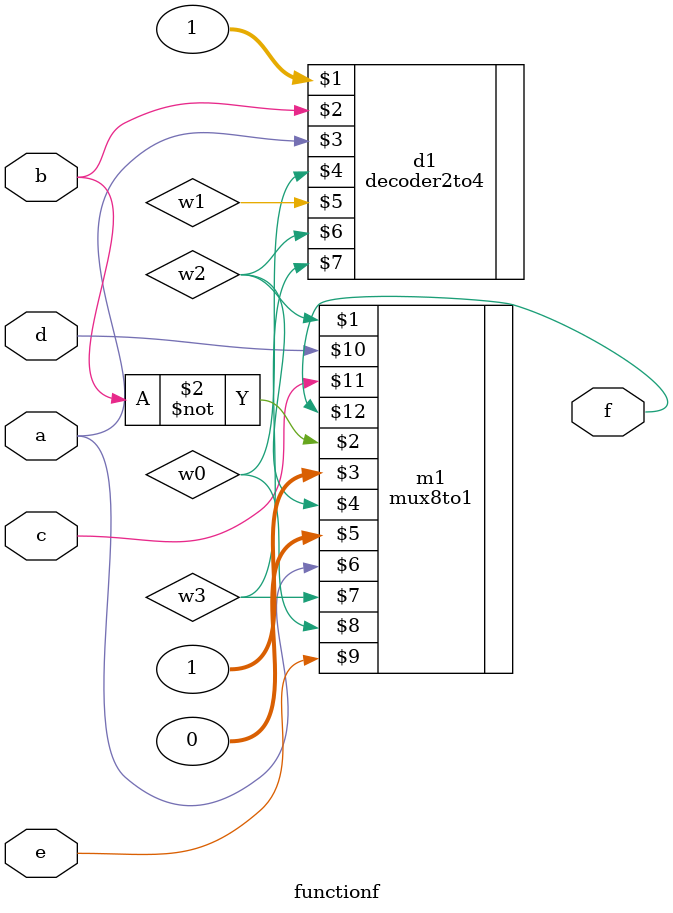
<source format=sv>
`timescale 1ns / 1ps


module functionf(input logic a,b,c,d,e, output logic f);
    logic w0,w1,w2,w3;
    decoder2to4 d1(1,b,a,w0,w1,w2,w3);
    mux8to1 m1(w2,~b,1,w2,0,a,w3,w0,e,d,c,f);
endmodule

</source>
